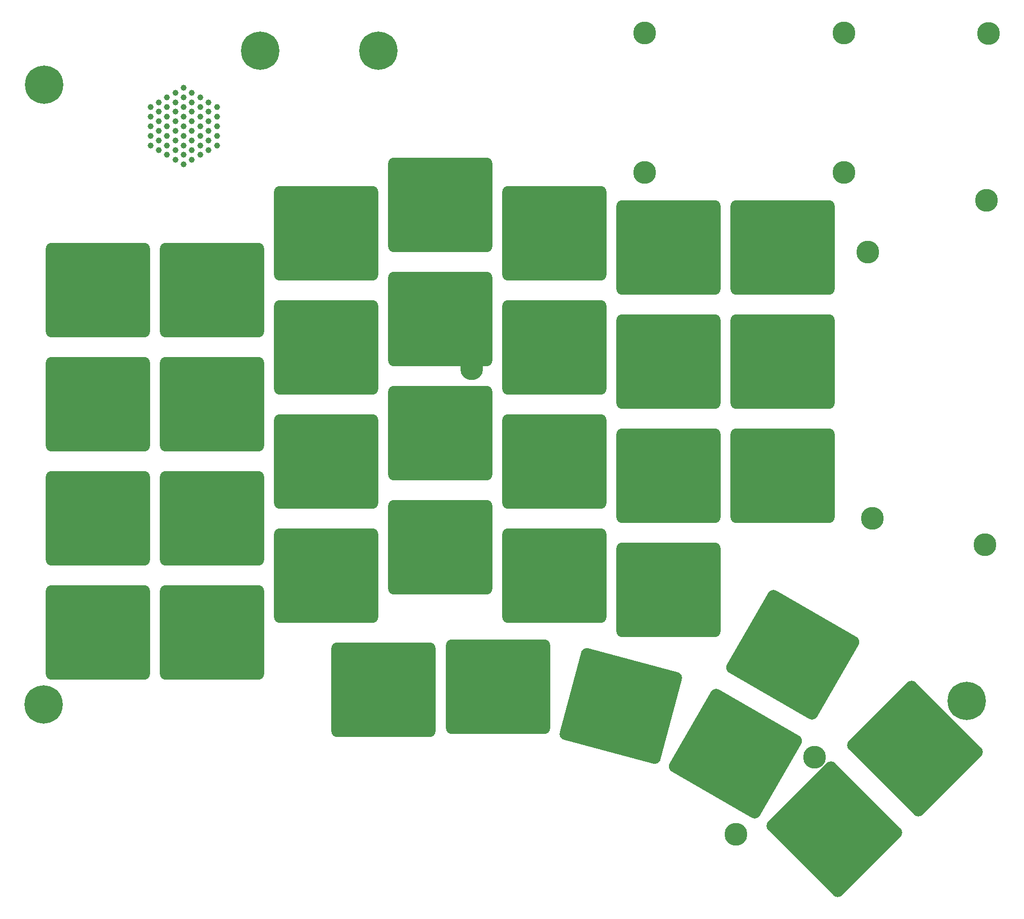
<source format=gbr>
%TF.GenerationSoftware,KiCad,Pcbnew,(6.0.0)*%
%TF.CreationDate,2021-12-27T00:33:36+08:00*%
%TF.ProjectId,TOP PLATE final,544f5020-504c-4415-9445-2066696e616c,rev?*%
%TF.SameCoordinates,Original*%
%TF.FileFunction,Soldermask,Bot*%
%TF.FilePolarity,Negative*%
%FSLAX46Y46*%
G04 Gerber Fmt 4.6, Leading zero omitted, Abs format (unit mm)*
G04 Created by KiCad (PCBNEW (6.0.0)) date 2021-12-27 00:33:36*
%MOMM*%
%LPD*%
G01*
G04 APERTURE LIST*
G04 Aperture macros list*
%AMRoundRect*
0 Rectangle with rounded corners*
0 $1 Rounding radius*
0 $2 $3 $4 $5 $6 $7 $8 $9 X,Y pos of 4 corners*
0 Add a 4 corners polygon primitive as box body*
4,1,4,$2,$3,$4,$5,$6,$7,$8,$9,$2,$3,0*
0 Add four circle primitives for the rounded corners*
1,1,$1+$1,$2,$3*
1,1,$1+$1,$4,$5*
1,1,$1+$1,$6,$7*
1,1,$1+$1,$8,$9*
0 Add four rect primitives between the rounded corners*
20,1,$1+$1,$2,$3,$4,$5,0*
20,1,$1+$1,$4,$5,$6,$7,0*
20,1,$1+$1,$6,$7,$8,$9,0*
20,1,$1+$1,$8,$9,$2,$3,0*%
G04 Aperture macros list end*
%ADD10RoundRect,0.995400X-7.704600X-6.904600X7.704600X-6.904600X7.704600X6.904600X-7.704600X6.904600X0*%
%ADD11C,3.800000*%
%ADD12C,0.800000*%
%ADD13C,6.400000*%
%ADD14RoundRect,0.995400X-10.330264X0.565685X0.565685X-10.330264X10.330264X-0.565685X-0.565685X10.330264X0*%
%ADD15RoundRect,0.995400X-10.124679X-2.127259X3.220079X-9.831859X10.124679X2.127259X-3.220079X9.831859X0*%
%ADD16RoundRect,0.995400X-9.229114X-4.675234X5.655030X-8.663429X9.229114X4.675234X-5.655030X8.663429X0*%
%ADD17C,1.000000*%
G04 APERTURE END LIST*
D10*
%TO.C,SW32*%
X77487499Y-75792000D03*
%TD*%
%TO.C,SW10*%
X172737500Y-125798250D03*
%TD*%
D11*
%TO.C,DRILL11*%
X225560000Y-118237500D03*
%TD*%
D10*
%TO.C,SW18*%
X134637500Y-80554500D03*
%TD*%
D12*
%TO.C,DRILL4*%
X106272056Y-37469556D03*
X102175000Y-35772500D03*
X106272056Y-34075444D03*
X102877944Y-37469556D03*
X104575000Y-33372500D03*
X106975000Y-35772500D03*
X104575000Y-38172500D03*
D13*
X104575000Y-35772500D03*
D12*
X102877944Y-34075444D03*
%TD*%
D11*
%TO.C,DRILL10*%
X225790000Y-60757500D03*
%TD*%
D10*
%TO.C,SW9*%
X172737500Y-106748250D03*
%TD*%
D12*
%TO.C,DRILL7*%
X220772944Y-146037056D03*
X224167056Y-142642944D03*
X224167056Y-146037056D03*
X224870000Y-144340000D03*
X220070000Y-144340000D03*
D13*
X222470000Y-144340000D03*
D12*
X222470000Y-146740000D03*
X220772944Y-142642944D03*
X222470000Y-141940000D03*
%TD*%
D10*
%TO.C,SW26*%
X144290000Y-141928250D03*
%TD*%
%TO.C,SW12*%
X153687500Y-66267000D03*
%TD*%
D11*
%TO.C,DRILL16*%
X168750000Y-56120000D03*
%TD*%
D14*
%TO.C,SW6*%
X200401353Y-165761895D03*
%TD*%
D11*
%TO.C,DRILL13*%
X205960000Y-69410000D03*
%TD*%
D10*
%TO.C,SW22*%
X115587500Y-66267000D03*
%TD*%
%TO.C,SW25*%
X115587500Y-123417000D03*
%TD*%
%TO.C,SW29*%
X96537500Y-113892000D03*
%TD*%
%TO.C,SW1*%
X191787499Y-68648250D03*
%TD*%
D11*
%TO.C,DRILL14*%
X202030000Y-32860000D03*
%TD*%
D10*
%TO.C,SW20*%
X134637500Y-118654500D03*
%TD*%
%TO.C,SW24*%
X115587500Y-104367000D03*
%TD*%
%TO.C,SW13*%
X153687500Y-85317000D03*
%TD*%
%TO.C,SW3*%
X191787499Y-106748250D03*
%TD*%
%TO.C,SW17*%
X134637500Y-61504500D03*
%TD*%
D15*
%TO.C,SW11*%
X193454374Y-136624717D03*
%TD*%
D16*
%TO.C,SW21*%
X164747348Y-145177047D03*
%TD*%
D10*
%TO.C,SW14*%
X153687500Y-104367000D03*
%TD*%
%TO.C,SW35*%
X77487499Y-132942000D03*
%TD*%
%TO.C,SW8*%
X172737500Y-87698250D03*
%TD*%
D11*
%TO.C,DRILL17*%
X202030000Y-56140000D03*
%TD*%
D10*
%TO.C,SW28*%
X96537500Y-94842000D03*
%TD*%
D12*
%TO.C,DRILL5*%
X125942056Y-34075444D03*
X124245000Y-38172500D03*
X124245000Y-33372500D03*
X122547944Y-34075444D03*
D13*
X124245000Y-35772500D03*
D12*
X125942056Y-37469556D03*
X121845000Y-35772500D03*
X122547944Y-37469556D03*
X126645000Y-35772500D03*
%TD*%
D14*
%TO.C,SW4*%
X213871737Y-152291512D03*
%TD*%
D10*
%TO.C,SW23*%
X115587500Y-85317000D03*
%TD*%
%TO.C,SW34*%
X77487499Y-113891999D03*
%TD*%
D12*
%TO.C,DRILL3*%
X70920000Y-41470000D03*
X66120000Y-41470000D03*
X66822944Y-39772944D03*
D13*
X68520000Y-41470000D03*
D12*
X68520000Y-43870000D03*
X68520000Y-39070000D03*
X70217056Y-43167056D03*
X70217056Y-39772944D03*
X66822944Y-43167056D03*
%TD*%
D17*
%TO.C,BZ1*%
X91780000Y-53188500D03*
X93165641Y-53988500D03*
X89008719Y-49988500D03*
X89008719Y-46788500D03*
X86237439Y-51588500D03*
X91780000Y-46788500D03*
X86237439Y-49988500D03*
X91780000Y-48388500D03*
X93165641Y-44388500D03*
X90394360Y-53988500D03*
X86237439Y-46788500D03*
X94551281Y-46788500D03*
X91780000Y-41988500D03*
X94551281Y-53188500D03*
X89008719Y-45188500D03*
X90394360Y-45988500D03*
X87623079Y-47588500D03*
X89008719Y-53188500D03*
X91780000Y-51588500D03*
X89008719Y-43588500D03*
X87623079Y-52388500D03*
X91780000Y-43588500D03*
X90394360Y-42788500D03*
X93165641Y-50788500D03*
X87623079Y-44388500D03*
X95936922Y-47588500D03*
X95936922Y-52388500D03*
X94551281Y-49988500D03*
X97322562Y-49988500D03*
X89008719Y-48388500D03*
X87623079Y-45988500D03*
X91780000Y-49988500D03*
X94551281Y-43588500D03*
X95936922Y-45988500D03*
X93165641Y-49188500D03*
X93165641Y-47588500D03*
X90394360Y-49188500D03*
X95936922Y-44388500D03*
X93165641Y-45988500D03*
X87623079Y-50788500D03*
X97322562Y-45188500D03*
X87623079Y-49188500D03*
X90394360Y-50788500D03*
X91780000Y-54788500D03*
X95936922Y-49188500D03*
X90394360Y-52388500D03*
X91780000Y-45188500D03*
X94551281Y-48388500D03*
X94551281Y-45188500D03*
X90394360Y-47588500D03*
X97322562Y-46788500D03*
X95936922Y-50788500D03*
X90394360Y-44388500D03*
X93165641Y-52388500D03*
X89008719Y-51588500D03*
X86237439Y-45188500D03*
X93165641Y-42788500D03*
X86237439Y-48388500D03*
X94551281Y-51588500D03*
X97322562Y-48388500D03*
X97322562Y-51588500D03*
%TD*%
D10*
%TO.C,SW15*%
X153687500Y-123417000D03*
%TD*%
D11*
%TO.C,DRILL12*%
X139860000Y-88920000D03*
%TD*%
%TO.C,DRILL6*%
X226150000Y-32910000D03*
%TD*%
D10*
%TO.C,SW2*%
X191787499Y-87698250D03*
%TD*%
%TO.C,SW31*%
X125112500Y-142467000D03*
%TD*%
%TO.C,SW19*%
X134637500Y-99604500D03*
%TD*%
D11*
%TO.C,DRILL15*%
X168750000Y-32860000D03*
%TD*%
D10*
%TO.C,SW30*%
X96537500Y-132942000D03*
%TD*%
D12*
%TO.C,DRILL1*%
X65995500Y-144940000D03*
D13*
X68395500Y-144940000D03*
D12*
X66698444Y-143242944D03*
X68395500Y-147340000D03*
X68395500Y-142540000D03*
X70795500Y-144940000D03*
X70092556Y-146637056D03*
X70092556Y-143242944D03*
X66698444Y-146637056D03*
%TD*%
D15*
%TO.C,SW16*%
X183929374Y-153122500D03*
%TD*%
D10*
%TO.C,SW33*%
X77487499Y-94841999D03*
%TD*%
%TO.C,SW7*%
X172737500Y-68648250D03*
%TD*%
%TO.C,SW27*%
X96537500Y-75792000D03*
%TD*%
D11*
%TO.C,DRILL2*%
X206720000Y-113837500D03*
%TD*%
%TO.C,DRILL9*%
X183960000Y-166610000D03*
%TD*%
%TO.C,DRILL8*%
X197140000Y-153750000D03*
%TD*%
M02*

</source>
